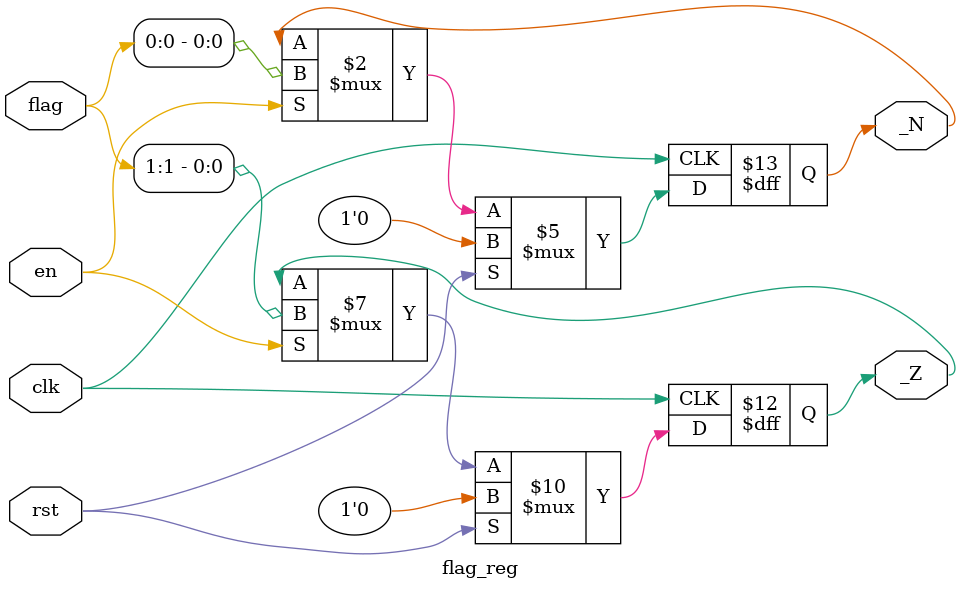
<source format=v>
module flag_reg(

    input           en, rst, clk,
    input   [1:0]   flag,

    output  reg     _Z, _N

);

    always @(negedge clk) begin
        if(rst) begin
            _Z <= 1'b0;
            _N <= 1'b0;
        end else begin
            if (en) begin
                _Z <= flag[1];
                _N <= flag[0];
            end
        end
    end

endmodule
</source>
